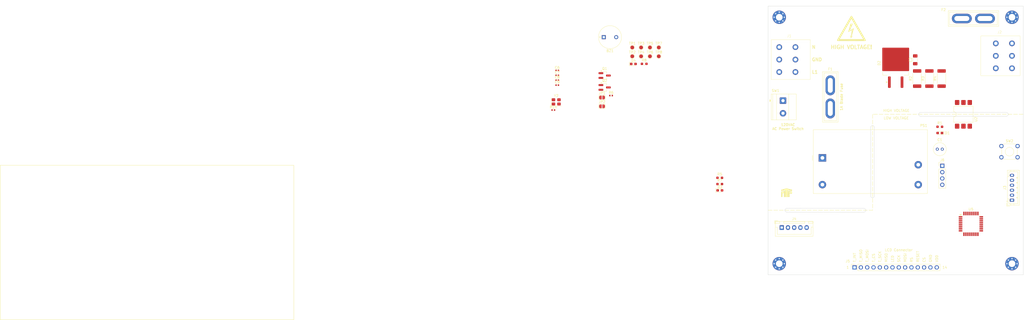
<source format=kicad_pcb>
(kicad_pcb (version 20241229) (generator "pcbnew") (generator_version "9.0")
  (title_block (title "${DOC_TYPE} Document") (date "2024-04-13") (rev "1.1") (company "${COMPANY}"))
  (layers (0 "F.Cu" signal "L1 (Sig, PWR)") (4 "In1.Cu" signal "L2 (GND)") (6 "In2.Cu" signal "L3 (Sig, PWR)") (8 "In3.Cu" signal "L4 (Sig, PWR)") (10 "In4.Cu" signal "L5 (GND)") (2 "B.Cu" signal "L6 (Sig, PWR)") (13 "F.Paste" user) (15 "B.Paste" user) (5 "F.SilkS" user "F.Silkscreen") (7 "B.SilkS" user "B.Silkscreen") (1 "F.Mask" user) (3 "B.Mask" user) (25 "Edge.Cuts" user))
  (property "BOARD_NAME" "Main Board")
  (property "COMPANY" "MTP Engineering LLC")
  (property "DESIGNER" "Michael Pate")
  (property "DOC_TYPE" "Fabrication")
  (property "PROJECT_NAME" "Reflow Oven Controller")
  (property "RELEASE_DATE" "08/2025")
  (property "REVIEWER" "Michael Pate")
  (property "REVISION" "1.0")
  (property "VARIANT" "DRAFT")
  (net 0 "")
  (net 1 "VDD")
  (net 2 "GND")
  (net 3 "LN")
  (net 4 "/Project Architecture/Heater Control/L1_F2_RC")
  (net 5 "/Project Architecture/AC-DC Power Supply/D1_K")
  (net 6 "/Project Architecture/Heater Control/L1_F2")
  (net 7 "/Project Architecture/Heater Control/LN_OPTO")
  (net 8 "D_Heater")
  (net 9 "/Project Architecture/Heater Control/D3_K")
  (net 10 "L1")
  (net 11 "/Project Architecture/AC-DC Power Supply/L1_F1")
  (net 12 "/Project Architecture/Heater Control/L1_HEATER")
  (net 13 "GNDPWR")
  (net 14 "/Project Architecture/AC-DC Power Supply/L1_F1_SW")
  (net 15 "/Project Architecture/Heater Control/L1_F2_OPTO")
  (net 16 "/Project Architecture/Heater Control/D_R5_OPTO")
  (net 19 "/Project Architecture/Microcontroller/XTAL_1")
  (net 20 "/Project Architecture/Microcontroller/XTAL_2")
  (net 21 "ICSP_SCK")
  (net 22 "ICSP_MOSI")
  (net 23 "ICSP_MISO")
  (net 24 "ICSP_RST")
  (net 25 "D_TC_Select")
  (net 27 "D_Buzzer")
  (net 28 "/Project Architecture/Microcontroller/DB_A3")
  (net 30 "/Project Architecture/Microcontroller/DB_6")
  (net 31 "/Project Architecture/Microcontroller/DB_7")
  (net 32 "/Project Architecture/Microcontroller/DB_A4")
  (net 33 "/Project Architecture/Microcontroller/DB_8")
  (net 34 "/Project Architecture/Microcontroller/DB_AVR_TX")
  (net 35 "D_Touch_IRQ")
  (net 36 "D_Touch_Select")
  (net 37 "D_TFT_Select")
  (net 38 "/Project Architecture/Microcontroller/DB_A5")
  (net 39 "D_TFT_Reset")
  (net 40 "D_TFT_Register")
  (net 42 "D_TFT_Backlight")
  (net 44 "/Project Architecture/Microcontroller/DB_AVR_RX")
  (net 46 "/Project Architecture/Interface/VSS_BUZZ")
  (net 47 "/Project Architecture/Interface/VDD_BUZZ")
  (net 48 "/Project Architecture/Microcontroller/D4_K")
  (net 49 "/Project Architecture/Interface/VDD_BL")
  (net 50 "/Project Architecture/Interface/VDD_BL_FET")
  (net 51 "/Project Architecture/Interface/VDD_BL_SUP")
  (footprint "Capacitor_SMD:C_0402_1005Metric" (layer "F.Cu") (at 43.81 50.77)
    (property "Reference" "C9" (at 0 -1.16 0) (layer "F.SilkS"))
    (property "Value" "22p")
    (pad "1" smd roundrect (at -0.48 0) (size 0.56 0.62) (layers "F.Cu" "F.Mask" "F.Paste") (net 2 "GND"))
    (pad "2" smd roundrect (at 0.48 0) (size 0.56 0.62) (layers "F.Cu" "F.Mask" "F.Paste") (net 20 "/Project Architecture/Microcontroller/XTAL_2"))
  )
  (footprint "Capacitor_THT:C_Radial_D5.0mm_H5.0mm_P2.00mm" (layer "F.Cu") (at 196.5 76.5)
    (property "Reference" "C1" (at 1 -3.75 0) (layer "F.SilkS"))
    (property "Value" "100uF")
    (pad "1" thru_hole circle (at 0 0) (size 1.2 1.2) (drill 0.6) (layers "*.Cu" "*.Mask") (net 1 "VDD"))
    (pad "2" thru_hole circle (at 2 0) (size 1.2 1.2) (drill 0.6) (layers "*.Cu" "*.Mask") (net 2 "GND"))
  )
  (footprint "Buzzer_Beeper:MagneticBuzzer_PUI_AT-0927-TT-6-R" (layer "F.Cu") (at 63 31.5)
    (property "Reference" "BZ1" (at 2 5.5 0) (layer "F.SilkS"))
    (property "Value" "CMI-0955-05TH")
    (fp_text user "+" (at -2 -0.1 0) (layer "F.SilkS"))
    (pad "1" thru_hole rect (at -0.5 0) (size 1.6 1.6) (drill 0.9) (layers "*.Cu" "*.Mask") (net 47 "/Project Architecture/Interface/VDD_BUZZ"))
    (pad "2" thru_hole circle (at 4.5 0) (size 1.6 1.6) (drill 0.9) (layers "*.Cu" "*.Mask") (net 46 "/Project Architecture/Interface/VSS_BUZZ"))
  )
  (footprint "TestPoint:TestPoint_Pad_D1.5mm" (layer "F.Cu") (at 77.5 39.19)
    (property "Reference" "TP4" (at 0 -1.648 0) (layer "F.SilkS"))
    (property "Value" "TestPoint")
    (pad "1" smd circle (at 0 0) (size 1.5 1.5) (layers "F.Cu" "F.Mask") (net 38 "/Project Architecture/Microcontroller/DB_A5"))
  )
  (footprint "Crystal:Crystal_SMD_3225-4Pin_3.2x2.5mm" (layer "F.Cu") (at 43.4 57.5)
    (property "Reference" "Y2" (at 0 -2.45 0) (layer "F.SilkS"))
    (property "Value" "16MHz")
    (pad "1" smd roundrect (at -1.1 0.85) (size 1.4 1.2) (layers "F.Cu" "F.Mask" "F.Paste") (roundrect_rratio 0.208333) (net 20 "/Project Architecture/Microcontroller/XTAL_2"))
    (pad "2" smd roundrect (at 1.1 0.85) (size 1.4 1.2) (layers "F.Cu" "F.Mask" "F.Paste") (roundrect_rratio 0.208333) (net 19 "/Project Architecture/Microcontroller/XTAL_1"))
    (pad "3" smd roundrect (at 1.1 -0.85) (size 1.4 1.2) (layers "F.Cu" "F.Mask" "F.Paste") (roundrect_rratio 0.208333))
    (pad "4" smd roundrect (at -1.1 -0.85) (size 1.4 1.2) (layers "F.Cu" "F.Mask" "F.Paste") (roundrect_rratio 0.208333))
  )
  (footprint "Resistor_SMD:R_0603_1608Metric_Pad0.98x0.95mm_HandSolder" (layer "F.Cu") (at 109.0875 88)
    (property "Reference" "R5" (at 0 -1.43 0) (layer "F.SilkS"))
    (property "Value" "330")
    (pad "1" smd roundrect (at -0.9125 0) (size 0.975 0.95) (layers "F.Cu" "F.Mask" "F.Paste") (net 8 "D_Heater"))
    (pad "2" smd roundrect (at 0.9125 0) (size 0.975 0.95) (layers "F.Cu" "F.Mask" "F.Paste") (net 16 "/Project Architecture/Heater Control/D_R5_OPTO"))
  )
  (footprint "Resistor_SMD:R_2512_6332Metric_Pad1.40x3.35mm_HandSolder" (layer "F.Cu") (at 193.315 48.125 90)
    (property "Reference" "R3" (at 0 -2.63 90) (layer "F.SilkS"))
    (property "Value" "330")
    (pad "1" smd roundrect (at -3.05 0 90) (size 1.4 3.35) (layers "F.Cu" "F.Mask" "F.Paste") (roundrect_rratio 0.178571) (net 3 "LN"))
    (pad "2" smd roundrect (at 3.05 0 90) (size 1.4 3.35) (layers "F.Cu" "F.Mask" "F.Paste") (roundrect_rratio 0.178571) (net 7 "/Project Architecture/Heater Control/LN_OPTO"))
  )
  (footprint "MountingHole:MountingHole_2.7mm_M2.5_Pad_Via" (layer "F.Cu") (at 133 23.5 -90)
    (property "Reference" "H3" (hide yes))
    (property "Value" "MountingHole_Pad")
    (pad "1" thru_hole circle (at -2.025 0 270) (size 0.8 0.8) (drill 0.5) (layers "*.Cu" "*.Mask") (net 13 "GNDPWR"))
    (pad "1" thru_hole circle (at -1.431891 -1.431891 270) (size 0.8 0.8) (drill 0.5) (layers "*.Cu" "*.Mask") (net 13 "GNDPWR"))
    (pad "1" thru_hole circle (at -1.431891 1.431891 270) (size 0.8 0.8) (drill 0.5) (layers "*.Cu" "*.Mask") (net 13 "GNDPWR"))
    (pad "1" thru_hole circle (at 0 -2.025 270) (size 0.8 0.8) (drill 0.5) (layers "*.Cu" "*.Mask") (net 13 "GNDPWR"))
    (pad "1" thru_hole circle (at 0 0 270) (size 5.4 5.4) (drill 2.7) (layers "*.Cu" "*.Mask") (net 13 "GNDPWR"))
    (pad "1" thru_hole circle (at 0 2.025 270) (size 0.8 0.8) (drill 0.5) (layers "*.Cu" "*.Mask") (net 13 "GNDPWR"))
    (pad "1" thru_hole circle (at 1.431891 -1.431891 270) (size 0.8 0.8) (drill 0.5) (layers "*.Cu" "*.Mask") (net 13 "GNDPWR"))
    (pad "1" thru_hole circle (at 1.431891 1.431891 270) (size 0.8 0.8) (drill 0.5) (layers "*.Cu" "*.Mask") (net 13 "GNDPWR"))
    (pad "1" thru_hole circle (at 2.025 0 270) (size 0.8 0.8) (drill 0.5) (layers "*.Cu" "*.Mask") (net 13 "GNDPWR"))
  )
  (footprint "TestPoint:TestPoint_Pad_D1.5mm" (layer "F.Cu") (at 84.6 39.19)
    (property "Reference" "TP8" (at 0 -1.648 0) (layer "F.SilkS"))
    (property "Value" "TestPoint")
    (pad "1" smd circle (at 0 0) (size 1.5 1.5) (layers "F.Cu" "F.Mask") (net 31 "/Project Architecture/Microcontroller/DB_7"))
  )
  (footprint "Capacitor_SMD:C_0402_1005Metric" (layer "F.Cu") (at 43.81 48.8)
    (property "Reference" "C8" (at 0 -1.16 0) (layer "F.SilkS"))
    (property "Value" "22p")
    (pad "1" smd roundrect (at -0.48 0) (size 0.56 0.62) (layers "F.Cu" "F.Mask" "F.Paste") (net 2 "GND"))
    (pad "2" smd roundrect (at 0.48 0) (size 0.56 0.62) (layers "F.Cu" "F.Mask" "F.Paste") (net 19 "/Project Architecture/Microcontroller/XTAL_1"))
  )
  (footprint "Button_Switch_THT:SW_TH_Tactile_Omron_B3F-102x" (layer "F.Cu") (at 222.25 75.25)
    (property "Reference" "SW2" (at 3.25 -2.05 0) (layer "F.SilkS"))
    (property "Value" "SW_Push")
    (pad "1" thru_hole circle (at 0 0) (size 1.7 1.7) (drill 1) (layers "*.Cu" "*.Mask") (net 2 "GND"))
    (pad "1" thru_hole circle (at 6.5 0) (size 1.7 1.7) (drill 1) (layers "*.Cu" "*.Mask") (net 2 "GND"))
    (pad "2" thru_hole circle (at 0 4.5) (size 1.7 1.7) (drill 1) (layers "*.Cu" "*.Mask") (net 24 "ICSP_RST"))
    (pad "2" thru_hole circle (at 6.5 4.5) (size 1.7 1.7) (drill 1) (layers "*.Cu" "*.Mask") (net 24 "ICSP_RST"))
  )
  (footprint "Package_DIP:SMDIP-6_W9.53mm" (layer "F.Cu") (at 207 62.5 90)
    (property "Reference" "U2" (at -2 5 90) (layer "F.SilkS"))
    (property "Value" "MOC3083S-TA1")
    (pad "1" smd roundrect (at -4.765 -2.54 90) (size 2 1.78) (layers "F.Cu" "F.Mask" "F.Paste") (roundrect_rratio 0.140449) (net 16 "/Project Architecture/Heater Control/D_R5_OPTO"))
    (pad "2" smd roundrect (at -4.765 0 90) (size 2 1.78) (layers "F.Cu" "F.Mask" "F.Paste") (roundrect_rratio 0.140449) (net 2 "GND"))
    (pad "3" smd roundrect (at -4.765 2.54 90) (size 2 1.78) (layers "F.Cu" "F.Mask" "F.Paste") (roundrect_rratio 0.140449))
    (pad "4" smd roundrect (at 4.765 2.54 90) (size 2 1.78) (layers "F.Cu" "F.Mask" "F.Paste") (roundrect_rratio 0.140449) (net 7 "/Project Architecture/Heater Control/LN_OPTO"))
    (pad "5" smd roundrect (at 4.765 0 90) (size 2 1.78) (layers "F.Cu" "F.Mask" "F.Paste") (roundrect_rratio 0.140449))
    (pad "6" smd roundrect (at 4.765 -2.54 90) (size 2 1.78) (layers "F.Cu" "F.Mask" "F.Paste") (roundrect_rratio 0.140449) (net 15 "/Project Architecture/Heater Control/L1_F2_OPTO"))
  )
  (footprint "Watermarks:MTP Logo 5mm Low Detail" (layer "F.Cu") (at 136 94.5)
    (property "Reference" "REF**" (hide yes))
    (property "Value" "MTP Logo 5mm Low Detail" (hide yes))
  )
  (footprint "Package_TO_SOT_SMD:SOT-23_Handsoldering" (layer "F.Cu") (at 62.85 51.69)
    (property "Reference" "Q2" (at 0 -2.75 0) (layer "F.SilkS"))
    (property "Value" "BSS127 H6327")
    (pad "1" smd roundrect (at -1.5 -0.95) (size 1.9 0.8) (layers "F.Cu" "F.Mask" "F.Paste") (net 46 "/Project Architecture/Interface/VSS_BUZZ"))
    (pad "2" smd roundrect (at -1.5 0.95) (size 1.9 0.8) (layers "F.Cu" "F.Mask" "F.Paste") (net 27 "D_Buzzer"))
    (pad "3" smd roundrect (at 1.5 0) (size 1.9 0.8) (layers "F.Cu" "F.Mask" "F.Paste") (net 2 "GND"))
  )
  (footprint "Connector_JST:JST_PH_B6B-PH-K_1x06_P2.00mm_Vertical" (layer "F.Cu") (at 226.5 97 90)
    (property "Reference" "J3" (at 5 -2.9 90) (layer "F.SilkS"))
    (property "Value" "ISP")
    (pad "1" thru_hole roundrect (at 0 0 90) (size 1.2 1.75) (drill 0.75) (layers "*.Cu" "*.Mask") (roundrect_rratio 0.208333) (net 1 "VDD"))
    (pad "2" thru_hole oval (at 2 0 90) (size 1.2 1.75) (drill 0.75) (layers "*.Cu" "*.Mask") (net 24 "ICSP_RST"))
    (pad "3" thru_hole oval (at 4 0 90) (size 1.2 1.75) (drill 0.75) (layers "*.Cu" "*.Mask") (net 22 "ICSP_MOSI"))
    (pad "4" thru_hole oval (at 6 0 90) (size 1.2 1.75) (drill 0.75) (layers "*.Cu" "*.Mask") (net 23 "ICSP_MISO"))
    (pad "5" thru_hole oval (at 8 0 90) (size 1.2 1.75) (drill 0.75) (layers "*.Cu" "*.Mask") (net 21 "ICSP_SCK"))
    (pad "6" thru_hole oval (at 10 0 90) (size 1.2 1.75) (drill 0.75) (layers "*.Cu" "*.Mask") (net 2 "GND"))
  )
  (footprint "LED_SMD:LED_0603_1608Metric_Pad1.05x0.95mm_HandSolder" (layer "F.Cu") (at 74.395 42.26)
    (property "Reference" "D4" (at 0 -1.43 0) (layer "F.SilkS"))
    (property "Value" "RED")
    (pad "1" smd roundrect (at -0.875 0) (size 1.05 0.95) (layers "F.Cu" "F.Mask" "F.Paste") (net 48 "/Project Architecture/Microcontroller/D4_K"))
    (pad "2" smd roundrect (at 0.875 0) (size 1.05 0.95) (layers "F.Cu" "F.Mask" "F.Paste") (net 31 "/Project Architecture/Microcontroller/DB_7"))
  )
  (footprint "Capacitor_SMD:C_1206_3216Metric_Pad1.33x1.80mm_HandSolder" (layer "F.Cu") (at 187.625 40.595 90)
    (property "Reference" "C2" (at 0 -1.85 90) (layer "F.SilkS"))
    (property "Value" "10nF 250V")
    (pad "1" smd roundrect (at -1.5625 0 90) (size 1.325 1.8) (layers "F.Cu" "F.Mask" "F.Paste") (roundrect_rratio 0.188679) (net 4 "/Project Architecture/Heater Control/L1_F2_RC"))
    (pad "2" smd roundrect (at 1.5625 0 90) (size 1.325 1.8) (layers "F.Cu" "F.Mask" "F.Paste") (roundrect_rratio 0.188679) (net 3 "LN"))
  )
  (footprint "Package_TO_SOT_SMD:TO-263-2" (layer "F.Cu") (at 179.775 41.925 90)
    (property "Reference" "D2" (at 0 -6.65 90) (layer "F.SilkS"))
    (property "Value" "T2035T-8G-RT")
    (pad "1" smd roundrect (at -7.65 -2.54 90) (size 4.6 1.1) (layers "F.Cu" "F.Mask" "F.Paste") (roundrect_rratio 0.227273) (net 3 "LN"))
    (pad "2" smd roundrect (at 1.5 0 90) (size 9.4 10.8) (layers "F.Cu" "F.Mask") (roundrect_rratio 0.026596) (net 6 "/Project Architecture/Heater Control/L1_F2"))
    (pad "3" smd roundrect (at -7.65 2.54 90) (size 4.6 1.1) (layers "F.Cu" "F.Mask" "F.Paste") (roundrect_rratio 0.227273) (net 7 "/Project Architecture/Heater Control/LN_OPTO"))
  )
  (footprint "TestPoint:TestPoint_Pad_D1.5mm" (layer "F.Cu") (at 73.95 39.19)
    (property "Reference" "TP2" (at 0 -1.648 0) (layer "F.SilkS"))
    (property "Value" "TestPoint")
    (pad "1" smd circle (at 0 0) (size 1.5 1.5) (layers "F.Cu" "F.Mask") (net 28 "/Project Architecture/Microcontroller/DB_A3"))
  )
  (footprint "Fuse:Fuse_Blade_ATO_directSolder" (layer "F.Cu") (at 206.35 24)
    (property "Reference" "F2" (at -7.35 -3.5 180) (layer "F.SilkS"))
    (property "Value" "20A")
    (pad "1" thru_hole oval (at 0 0) (size 8 3.8) (drill oval 6 2) (layers "*.Cu" "*.Mask") (net 6 "/Project Architecture/Heater Control/L1_F2"))
    (pad "2" thru_hole oval (at 9.3 0) (size 8 3.8) (drill oval 6 2) (layers "*.Cu" "*.Mask") (net 12 "/Project Architecture/Heater Control/L1_HEATER"))
  )
  (footprint "Capacitor_SMD:C_0402_1005Metric" (layer "F.Cu") (at 43.81 44.86)
    (property "Reference" "C6" (at 0 -1.16 0) (layer "F.SilkS"))
    (property "Value" "100n")
    (pad "1" smd roundrect (at -0.48 0) (size 0.56 0.62) (layers "F.Cu" "F.Mask" "F.Paste") (net 2 "GND"))
    (pad "2" smd roundrect (at 0.48 0) (size 0.56 0.62) (layers "F.Cu" "F.Mask" "F.Paste") (net 1 "VDD"))
  )
  (footprint "Resistor_SMD:R_2512_6332Metric_Pad1.40x3.35mm_HandSolder" (layer "F.Cu") (at 198.225 48.125 90)
    (property "Reference" "R4" (at 0 -2.63 90) (layer "F.SilkS"))
    (property "Value" "39")
    (pad "1" smd roundrect (at -3.05 0 90) (size 1.4 3.35) (layers "F.Cu" "F.Mask" "F.Paste") (roundrect_rratio 0.178571) (net 4 "/Project Architecture/Heater Control/L1_F2_RC"))
    (pad "2" smd roundrect (at 3.05 0 90) (size 1.4 3.35) (layers "F.Cu" "F.Mask" "F.Paste") (roundrect_rratio 0.178571) (net 6 "/Project Architecture/Heater Control/L1_F2"))
  )
  (footprint "Package_TO_SOT_SMD:SOT-23_Handsoldering" (layer "F.Cu") (at 62.85 46.915)
    (property "Reference" "Q1" (at 0 -2.75 0) (layer "F.SilkS"))
    (property "Value" "SQ2315CES-T1_GE3")
    (pad "1" smd roundrect (at -1.5 -0.95) (size 1.9 0.8) (layers "F.Cu" "F.Mask" "F.Paste") (net 51 "/Project Architecture/Interface/VDD_BL_SUP"))
    (pad "2" smd roundrect (at -1.5 0.95) (size 1.9 0.8) (layers "F.Cu" "F.Mask" "F.Paste") (net 42 "D_TFT_Backlight"))
    (pad "3" smd roundrect (at 1.5 0) (size 1.9 0.8) (layers "F.Cu" "F.Mask" "F.Paste") (net 50 "/Project Architecture/Interface/VDD_BL_FET"))
  )
  (footprint "PhoenixContact_SPTA:SPTA-THR 2.53-5.0 P26" (layer "F.Cu") (at 213.25 39 90)
    (property "Reference" "J2" (at 9.5 8.25 0) (layer "F.SilkS") (effects (font (thickness 0.1))))
    (property "Value" "1366005")
    (pad "1" thru_hole circle (at -5 6.75 90) (size 2.3 2.3) (drill 1.3) (layers "*.Cu" "*.Mask") (net 10 "L1"))
    (pad "1" thru_hole circle (at -5 13.25 90) (size 2.3 2.3) (drill 1.3) (layers "*.Cu" "*.Mask") (net 10 "L1"))
    (pad "2" thru_hole circle (at 0 6.75 90) (size 2.3 2.3) (drill 1.3) (layers "*.Cu" "*.Mask") (net 13 "GNDPWR"))
    (pad "2" thru_hole circle (at 0 13.25 90) (size 2.3 2.3) (drill 1.3) (layers "*.Cu" "*.Mask") (net 13 "GNDPWR"))
    (pad "3" thru_hole circle (at 5 6.75 90) (size 2.3 2.3) (drill 1.3) (layers "*.Cu" "*.Mask") (net 12 "/Project Architecture/Heater Control/L1_HEATER"))
    (pad "3" thru_hole circle (at 5 13.25 90) (size 2.3 2.3) (drill 1.3) (layers "*.Cu" "*.Mask") (net 12 "/Project Architecture/Heater Control/L1_HEATER"))
  )
  (footprint "LED_SMD:LED_0603_1608Metric_Pad1.05x0.95mm_HandSolder" (layer "F.Cu") (at 109.1325 93.06)
    (property "Reference" "D3" (at 0 -1.43 0) (layer "F.SilkS"))
    (property "Value" "RED")
    (pad "1" smd roundrect (at -0.875 0) (size 1.05 0.95) (layers "F.Cu" "F.Mask" "F.Paste") (net 9 "/Project Architecture/Heater Control/D3_K"))
    (pad "2" smd roundrect (at 0.875 0) (size 1.05 0.95) (layers "F.Cu" "F.Mask" "F.Paste") (net 8 "D_Heater"))
  )
  (footprint "TestPoint:TestPoint_Pad_D1.5mm" (layer "F.Cu") (at 81.05 35.64)
    (property "Reference" "TP5" (at 0 -1.648 0) (layer "F.SilkS"))
    (property "Value" "TestPoint")
    (pad "1" smd circle (at 0 0) (size 1.5 1.5) (layers "F.Cu" "F.Mask") (net 44 "/Project Architecture/Microcontroller/DB_AVR_RX"))
  )
  (footprint "Connector_PinSocket_2.54mm:PinSocket_1x14_P2.54mm_Vertical" (layer "F.Cu") (at 163.25 124 90)
    (property "Reference" "J5" (at 2.5 -2.75 180) (layer "F.SilkS"))
    (property "Value" "Conn_01x14")
    (pad "1" thru_hole rect (at 0 0 90) (size 1.7 1.7) (drill 1) (layers "*.Cu" "*.Mask") (net 35 "D_Touch_IRQ"))
    (pad "2" thru_hole circle (at 0 2.54 90) (size 1.7 1.7) (drill 1) (layers "*.Cu" "*.Mask") (net 23 "ICSP_MISO"))
    (pad "3" thru_hole circle (at 0 5.08 90) (size 1.7 1.7) (drill 1) (layers "*.Cu" "*.Mask") (net 22 "ICSP_MOSI"))
    (pad "4" thru_hole circle (at 0 7.62 90) (size 1.7 1.7) (drill 1) (layers "*.Cu" "*.Mask") (net 36 "D_Touch_Select"))
    (pad "5" thru_hole circle (at 0 10.16 90) (size 1.7 1.7) (drill 1) (layers "*.Cu" "*.Mask") (net 21 "ICSP_SCK"))
    (pad "6" thru_hole circle (at 0 12.7 90) (size 1.7 1.7) (drill 1) (layers "*.Cu" "*.Mask") (net 23 "ICSP_MISO"))
    (pad "7" thru_hole circle (at 0 15.24 90) (size 1.7 1.7) (drill 1) (layers "*.Cu" "*.Mask") (net 49 "/Project Architecture/Interface/VDD_BL"))
    (pad "8" thru_hole circle (at 0 17.78 90) (size 1.7 1.7) (drill 1) (layers "*.Cu" "*.Mask") (net 21 "ICSP_SCK"))
    (pad "9" thru_hole circle (at 0 20.32 90) (size 1.7 1.7) (drill 1) (layers "*.Cu" "*.Mask") (net 22 "ICSP_MOSI"))
    (pad "10" thru_hole circle (at 0 22.86 90) (size 1.7 1.7) (drill 1) (layers "*.Cu" "*.Mask") (net 40 "D_TFT_Register"))
    (pad "11" thru_hole circle (at 0 25.4 90) (size 1.7 1.7) (drill 1) (layers "*.Cu" "*.Mask") (net 39 "D_TFT_Reset"))
    (pad "12" thru_hole circle (at 0 27.94 90) (size 1.7 1.7) (drill 1) (layers "*.Cu" "*.Mask") (net 37 "D_TFT_Select"))
    (pad "13" thru_hole circle (at 0 30.48 90) (size 1.7 1.7) (drill 1) (layers "*.Cu" "*.Mask") (net 2 "GND"))
    (pad "14" thru_hole circle (at 0 33.02 90) (size 1.7 1.7) (drill 1) (layers "*.Cu" "*.Mask") (net 1 "VDD"))
  )
  (footprint "Package_QFP:TQFP-32_7x7mm_P0.8mm" (layer "F.Cu") (at 210 106.5)
    (property "Reference" "U5" (at 0 -5.85 0) (layer "F.SilkS"))
    (property "Value" "ATmega328PB-A")
    (pad "1" smd roundrect (at -4.1625 -2.8) (size 1.475 0.55) (layers "F.Cu" "F.Mask" "F.Paste") (net 42 "D_TFT_Backlight"))
    (pad "2" smd roundrect (at -4.1625 -2) (size 1.475 0.55) (layers "F.Cu" "F.Mask" "F.Paste") (net 39 "D_TFT_Reset"))
    (pad "3" smd roundrect (at -4.1625 -1.2) (size 1.475 0.55) (layers "F.Cu" "F.Mask" "F.Paste"))
    (pad "4" smd roundrect (at -4.1625 -0.4) (size 1.475 0.55) (layers "F.Cu" "F.Mask" "F.Paste") (net 1 "VDD"))
    (pad "5" smd roundrect (at -4.1625 0.4) (size 1.475 0.55) (layers "F.Cu" "F.Mask" "F.Paste") (net 2 "GND"))
    (pad "6" smd roundrect (at -4.1625 1.2) (size 1.475 0.55) (layers "F.Cu" "F.Mask" "F.Paste"))
    (pad "7" smd roundrect (at -4.1625 2) (size 1.475 0.55) (layers "F.Cu" "F.Mask" "F.Paste") (net 19 "/Project Architecture/Microcontroller/XTAL_1"))
    (pad "8" smd roundrect (at -4.1625 2.8) (size 1.475 0.55) (layers "F.Cu" "F.Mask" "F.Paste") (net 20 "/Project Architecture/Microcontroller/XTAL_2"))
    (pad "9" smd roundrect (at -2.8 4.1625) (size 0.55 1.475) (layers "F.Cu" "F.Mask" "F.Paste") (net 40 "D_TFT_Register"))
    (pad "10" smd roundrect (at -2 4.1625) (size 0.55 1.475) (layers "F.Cu" "F.Mask" "F.Paste") (net 30 "/Project Architecture/Microcontroller/DB_6"))
    (pad "11" smd roundrect (at -1.2 4.1625) (size 0.55 1.475) (layers "F.Cu" "F.Mask" "F.Paste") (net 31 "/Project Architecture/Microcontroller/DB_7"))
    (pad "12" smd roundrect (at -0.4 4.1625) (size 0.55 1.475) (layers "F.Cu" "F.Mask" "F.Paste") (net 33 "/Project Architecture/Microcontroller/DB_8"))
    (pad "13" smd roundrect (at 0.4 4.1625) (size 0.55 1.475) (layers "F.Cu" "F.Mask" "F.Paste") (net 8 "D_Heater"))
    (pad "14" smd roundrect (at 1.2 4.1625) (size 0.55 1.475) (layers "F.Cu" "F.Mask" "F.Paste") (net 27 "D_Buzzer"))
    (pad "15" smd roundrect (at 2 4.1625) (size 0.55 1.475) (layers "F.Cu" "F.Mask" "F.Paste") (net 22 "ICSP_MOSI"))
    (pad "16" smd roundrect (at 2.8 4.1625) (size 0.55 1.475) (layers "F.Cu" "F.Mask" "F.Paste") (net 23 "ICSP_MISO"))
    (pad "17" smd roundrect (at 4.1625 2.8) (size 1.475 0.55) (layers "F.Cu" "F.Mask" "F.Paste") (net 21 "ICSP_SCK"))
    (pad "18" smd roundrect (at 4.1625 2) (size 1.475 0.55) (layers "F.Cu" "F.Mask" "F.Paste") (net 1 "VDD"))
    (pad "19" smd roundrect (at 4.1625 1.2) (size 1.475 0.55) (layers "F.Cu" "F.Mask" "F.Paste"))
    (pad "20" smd roundrect (at 4.1625 0.4) (size 1.475 0.55) (layers "F.Cu" "F.Mask" "F.Paste"))
    (pad "21" smd roundrect (at 4.1625 -0.4) (size 1.475 0.55) (layers "F.Cu" "F.Mask" "F.Paste") (net 2 "GND"))
    (pad "22" smd roundrect (at 4.1625 -1.2) (size 1.475 0.55) (layers "F.Cu" "F.Mask" "F.Paste"))
    (pad "23" smd roundrect (at 4.1625 -2) (size 1.475 0.55) (layers "F.Cu" "F.Mask" "F.Paste") (net 25 "D_TC_Select"))
    (pad "24" smd roundrect (at 4.1625 -2.8) (size 1.475 0.55) (layers "F.Cu" "F.Mask" "F.Paste") (net 36 "D_Touch_Select"))
    (pad "25" smd roundrect (at 2.8 -4.1625) (size 0.55 1.475) (layers "F.Cu" "F.Mask" "F.Paste") (net 37 "D_TFT_Select"))
    (pad "26" smd roundrect (at 2 -4.1625) (size 0.55 1.475) (layers "F.Cu" "F.Mask" "F.Paste") (net 28 "/Project Architecture/Microcontroller/DB_A3"))
    (pad "27" smd roundrect (at 1.2 -4.1625) (size 0.55 1.475) (layers "F.Cu" "F.Mask" "F.Paste") (net 32 "/Project Architecture/Microcontroller/DB_A4"))
    (pad "28" smd roundrect (at 0.4 -4.1625) (size 0.55 1.475) (layers "F.Cu" "F.Mask" "F.Paste") (net 38 "/Project Architecture/Microcontroller/DB_A5"))
    (pad "29" smd roundrect (at -0.4 -4.1625) (size 0.55 1.475) (layers "F.Cu" "F.Mask" "F.Paste") (net 24 "ICSP_RST"))
    (pad "30" smd roundrect (at -1.2 -4.1625) (size 0.55 1.475) (layers "F.Cu" "F.Mask" "F.Paste") (net 44 "/Project Architecture/Microcontroller/DB_AVR_RX"))
    (pad "31" smd roundrect (at -2 -4.1625) (size 0.55 1.475) (layers "F.Cu" "F.Mask" "F.Paste") (net 34 "/Project Architecture/Microcontroller/DB_AVR_TX"))
    (pad "32" smd roundrect (at -2.8 -4.1625) (size 0.55 1.475) (layers "F.Cu" "F.Mask" "F.Paste") (net 35 "D_Touch_IRQ"))
  )
  (footprint "Connector_PinHeader_2.54mm:PinHeader_1x04_P2.54mm_Vertical" (layer "F.Cu") (at 198.5 83.19)
    (property "Reference" "J6" (at 0 -2.38 0) (layer "F.SilkS"))
    (property "Value" "Conn_01x04")
    (pad "1" thru_hole rect (at 0 0) (size 1.7 1.7) (drill 1) (layers "*.Cu" "*.Mask") (net 1 "VDD"))
    (pad "2" thru_hole circle (at 0 2.54) (size 1.7 1.7) (drill 1) (layers "*.Cu" "*.Mask") (net 1 "VDD"))
    (pad "3" thru_hole circle (at 0 5.08) (size 1.7 1.7) (drill 1) (layers "*.Cu" "*.Mask") (net 2 "GND"))
    (pad "4" thru_hole circle (at 0 7.62) (size 1.7 1.7) (drill 1) (layers "*.Cu" "*.Mask") (net 2 "GND"))
  )
  (footprint "Jumper:SolderJumper-2_P1.3mm_Open_RoundedPad1.0x1.5mm" (layer "F.Cu") (at 61.8 59.29)
    (property "Reference" "JP2" (at 0 -1.8 0) (layer "F.SilkS"))
    (property "Value" "Jumper_2_Open")
    (pad "1" smd custom (at -0.65 0) (size 1 0.5) (layers "F.Cu" "F.Mask") (net 51 "/Project Architecture/Interface/VDD_BL_SUP") (options (clearance outline) (anchor rect)) (primitives (gr_circle (center 0 0.25) (end 0.5 0.25) (width 0) (fill yes)) (gr_circle (center 0 -0.25) (end 0.5 -0.25) (width 0) (fill yes)) (gr_poly (pts (xy 0.5 0.75) (xy 0 0.75) (xy 0 -0.75) (xy 0.5 -0.75)) (width 0) (fill yes))))
    (pad "2" smd custom (at 0.65 0) (size 1 0.5) (layers "F.Cu" "F.Mask") (net 1 "VDD") (options (clearance outline) (anchor rect)) (primitives (gr_circle (center 0 0.25) (end 0.5 0.25) (width 0) (fill yes)) (gr_circle (center 0 -0.25) (end 0.5 -0.25) (width 0) (fill yes)) (gr_poly (pts (xy 0 0.75) (xy -0.5 0.75) (xy -0.5 -0.75) (xy 0 -0.75)) (width 0) (fill yes))))
  )
  (footprint "Resistor_SMD:R_0603_1608Metric_Pad0.98x0.95mm_HandSolder" (layer "F.Cu") (at 78.74 42.22)
    (property "Reference" "R8" (at 0 -1.43 0) (layer "F.SilkS"))
    (property "Value" "330")
    (pad "1" smd roundrect (at -0.9125 0) (size 0.975 0.95) (layers "F.Cu" "F.Mask" "F.Paste") (net 48 "/Project Architecture/Microcontroller/D4_K"))
    (pad "2" smd roundrect (at 0.9125 0) (size 0.975 0.95) (layers "F.Cu" "F.Mask" "F.Paste") (net 2 "GND"))
  )
  (footprint "MountingHole:MountingHole_2.7mm_M2.5_Pad_Via" (layer "F.Cu") (at 226.5 122.5 -90)
    (property "Reference" "H2" (hide yes))
    (property "Value" "MountingHole_Pad")
    (pad "1" thru_hole circle (at -2.025 0 270) (size 0.8 0.8) (drill 0.5) (layers "*.Cu" "*.Mask") (net 13 "GNDPWR"))
    (pad "1" thru_hole circle (at -1.431891 -1.431891 270) (size 0.8 0.8) (drill 0.5) (layers "*.Cu" "*.Mask") (net 13 "GNDPWR"))
    (pad "1" thru_hole circle (at -1.431891 1.431891 270) (size 0.8 0.8) (drill 0.5) (layers "*.Cu" "*.Mask") (net 13 "GNDPWR"))
    (pad "1" thru_hole circle (at 0 -2.025 270) (size 0.8 0.8) (drill 0.5) (layers "*.Cu" "*.Mask") (net 13 "GNDPWR"))
    (pad "1" thru_hole circle (at 0 0 270) (size 5.4 5.4) (drill 2.7) (layers "*.Cu" "*.Mask") (net 13 "GNDPWR"))
    (pad "1" thru_hole circle (at 0 2.025 270) (size 0.8 0.8) (drill 0.5) (layers "*.Cu" "*.Mask") (net 13 "GNDPWR"))
    (pad "1" thru_hole circle (at 1.431891 -1.431891 270) (size 0.8 0.8) (drill 0.5) (layers "*.Cu" "*.Mask") (net 13 "GNDPWR"))
    (pad "1" thru_hole circle (at 1.431891 1.431891 270) (size 0.8 0.8) (drill 0.5) (layers "*.Cu" "*.Mask") (net 13 "GNDPWR"))
    (pad "1" thru_hole circle (at 2.025 0 270) (size 0.8 0.8) (drill 0.5) (layers "*.Cu" "*.Mask") (net 13 "GNDPWR"))
  )
  (footprint "TerminalBlock_Phoenix:TerminalBlock_Phoenix_MKDS-1,5-2-5.08_1x02_P5.08mm_Horizontal" (layer "F.Cu") (at 134.5 57 -90)
    (property "Reference" "SW1" (at -4 3 180) (layer "F.SilkS"))
    (property "Value" "SW_SPST")
    (pad "1" thru_hole roundrect (at 0 0 270) (size 2.6 2.6) (drill 1.3) (layers "*.Cu" "*.Mask") (roundrect_rratio 0.096154) (net 11 "/Project Architecture/AC-DC Power Supply/L1_F1"))
    (pad "2" thru_hole circle (at 5.08 0 270) (size 2.6 2.6) (drill 1.3) (layers "*.Cu" "*.Mask") (net 14 "/Project Architecture/AC-DC Power Supply/L1_F1_SW"))
  )
  (footprint "PhoenixContact_SPTA:SPTA-THR 2.53-5.0 P26" (layer "F.Cu") (at 146.25 40.5 -90)
    (property "Reference" "J1" (at -9.5 9.25 0) (layer "F.SilkS") (effects (font (thickness 0.1))))
    (property "Value" "1366005")
    (pad "1" thru_hole circle (at -5 6.75 270) (size 2.3 2.3) (drill 1.3) (layers "*.Cu" "*.Mask") (net 3 "LN"))
    (pad "1" thru_hole circle (at -5 13.25 270) (size 2.3 2.3) (drill 1.3) (layers "*.Cu" "*.Mask") (net 3 "LN"))
    (pad "2" thru_hole circle (at 0 6.75 270) (size 2.3 2.3) (drill 1.3) (layers "*.Cu" "*.Mask") (net 13 "GNDPWR"))
    (pad "2" thru_hole circle (at 0 13.25 270) (size 2.3 2.3) (drill 1.3) (layers "*.Cu" "*.Mask") (net 13 "GNDPWR"))
    (pad "3" thru_hole circle (at 5 6.75 270) (size 2.3 2.3) (drill 1.3) (layers "*.Cu" "*.Mask") (net 10 "L1"))
    (pad "3" thru_hole circle (at 5 13.25 270) (size 2.3 2.3) (drill 1.3) (layers "*.Cu" "*.Mask") (net 10 "L1"))
  )
  (footprint "Resistor_SMD:R_0402_1005Metric" (layer "F.Cu") (at 42.23 60.77)
    (property "Reference" "R14" (at 0 -1.17 0) (layer "F.SilkS"))
    (property "Value" "10k")
    (pad "1" smd roundrect (at -0.51 0) (size 0.54 0.64) (layers "F.Cu" "F.Mask" "F.Paste") (net 24 "ICSP_RST"))
    (pad "2" smd roundrect (at 0.51 0) (size 0.54 0.64) (layers "F.Cu" "F.Mask" "F.Paste") (net 1 "VDD"))
  )
  (footprint "Capacitor_SMD:C_0402_1005Metric" (layer "F.Cu") (at 43.81 46.83)
    (property "Reference" "C7" (at 0 -1.16 0) (layer "F.SilkS"))
    (property "Value" "100n")
    (pad "1" smd roundrect (at -0.48 0) (size 0.56 0.62) (layers "F.Cu" "F.Mask" "F.Paste") (net 2 "GND"))
    (pad "2" smd roundrect (at 0.48 0) (size 0.56 0.62) (layers "F.Cu" "F.Mask" "F.Paste") (net 1 "VDD"))
  )
  (footprint "LED_SMD:LED_0603_1608Metric_Pad1.05x0.95mm_HandSolder" (layer "F.Cu") (at 197.5 70 180)
    (property "Reference" "D1" (at -3 0 0) (layer "F.SilkS"))
    (property "Value" "RED")
    (pad "1" smd roundrect (at -0.875 0 180) (size 1.05 0.95) (layers "F.Cu" "F.Mask" "F.Paste") (net 5 "/Project Architecture/AC-DC Power Supply/D1_K"))
    (pad "2" smd roundrect (at 0.875 0 180) (size 1.05 0.95) (layers "F.Cu" "F.Mask" "F.Paste") (net 1 "VDD"))
  )
  (footprint "TestPoint:TestPoint_Pad_D1.5mm" (layer "F.Cu") (at 81.05 39.19)
    (property "Reference" "TP6" (at 0 -1.648 0) (layer "F.SilkS"))
    (property "Value" "TestPoint")
    (pad "1" smd circle (at 0 0) (size 1.5 1.5) (layers "F.Cu" "F.Mask") (net 34 "/Project Architecture/Microcontroller/DB_AVR_TX"))
  )
  (footprint "Converter_ACDC:Converter_ACDC_MeanWell_IRM-10-xx_THT" (layer "F.Cu") (at 150.3425 80)
    (property "Reference" "PS1" (at 40.6575 -13 180) (layer "F.SilkS"))
    (property "Value" "IRM-10-5")
    (pad "1" thru_hole rect (at 0 0) (size 3 3) (drill 1.5) (layers "*.Cu" "*.Mask") (net 3 "LN"))
    (pad "2" thru_hole circle (at 0 10.75) (size 3 3) (drill 1.5) (layers "*.Cu" "*.Mask") (net 14 "/Project Architecture/AC-DC Power Supply/L1_F1_SW"))
    (pad "3" thru_hole circle (at 38.5 10.75) (size 3 3) (drill 1.5) (layers "*.Cu" "*.Mask") (net 2 "GND"))
    (pad "4" thru_hole circle (at 38.5 2.75) (size 3 3) (drill 1.5) (layers "*.Cu" "*.Mask") (net 1 "VDD"))
  )
  (footprint "TestPoint:TestPoint_Pad_D1.5mm" (layer "F.Cu") (at 77.5 35.64)
    (property "Reference" "TP3" (at 0 -1.648 0) (layer "F.SilkS"))
    (property "Value" "TestPoint")
    (pad "1" smd circle (at 0 0) (size 1.5 1.5) (layers "F.Cu" "F.Mask") (net 32 "/Project Architecture/Microcontroller/DB_A4"))
  )
  (footprint "Fuse:Fuse_Blade_ATO_directSolder" (layer "F.Cu") (at 153.5 50.85 -90)
    (property "Reference" "F1" (at -6.5 0 180) (layer "F.SilkS"))
    (property "Value" "1A")
    (pad "1" thru_hole oval (at 0 0 270) (size 8 3.8) (drill oval 6 2) (layers "*.Cu" "*.Mask") (net 10 "L1"))
    (pad "2" thru_hole oval (at 9.3 0 270) (size 8 3.8) (drill oval 6 2) (layers "*.Cu" "*.Mask") (net 11 "/Project Architecture/AC-DC Power Supply/L1_F1"))
  )
  (footprint "MountingHole:MountingHole_2.7mm_M2.5_Pad_Via" (layer "F.Cu") (at 226.5 23.5 -90)
    (property "Reference" "H1" (hide yes))
    (property "Value" "MountingHole_Pad")
    (pad "1" thru_hole circle (at -2.025 0 270) (size 0.8 0.8) (drill 0.5) (layers "*.Cu" "*.Mask") (net 13 "GNDPWR"))
    (pad "1" thru_hole circle (at -1.431891 -1.431891 270) (size 0.8 0.8) (drill 0.5) (layers "*.Cu" "*.Mask") (net 13 "GNDPWR"))
    (pad "1" thru_hole circle (at -1.431891 1.431891 270) (size 0.8 0.8) (drill 0.5) (layers "*.Cu" "*.Mask") (net 13 "GNDPWR"))
    (pad "1" thru_hole circle (at 0 -2.025 270) (size 0.8 0.8) (drill 0.5) (layers "*.Cu" "*.Mask") (net 13 "GNDPWR"))
    (pad "1" thru_hole circle (at 0 0 270) (size 5.4 5.4) (drill 2.7) (layers "*.Cu" "*.Mask") (net 13 "GNDPWR"))
    (pad "1" thru_hole circle (at 0 2.025 270) (size 0.8 0.8) (drill 0.5) (layers "*.Cu" "*.Mask") (net 13 "GNDPWR"))
    (pad "1" thru_hole circle (at 1.431891 -1.431891 270) (size 0.8 0.8) (drill 0.5) (layers "*.Cu" "*.Mask") (net 13 "GNDPWR"))
    (pad "1" thru_hole circle (at 1.431891 1.431891 270) (size 0.8 0.8) (drill 0.5) (layers "*.Cu" "*.Mask") (net 13 "GNDPWR"))
    (pad "1" thru_hole circle (at 2.025 0 270) (size 0.8 0.8) (drill 0.5) (layers "*.Cu" "*.Mask") (net 13 "GNDPWR"))
  )
  (footprint "LOGO" (layer "F.Cu") (at 162 28)
    (property "Reference" "G***" (hide yes))
    (property "Value" "LOGO" (hide yes))
  )
  (footprint "TestPoint:TestPoint_Pad_D1.5mm" (layer "F.Cu") (at 84.6 35.64)
    (property "Reference" "TP7" (at 0 -1.648 0) (layer "F.SilkS"))
    (property "Value" "TestPoint")
    (pad "1" smd circle (at 0 0) (size 1.5 1.5) (layers "F.Cu" "F.Mask") (net 30 "/Project Architecture/Microcontroller/DB_6"))
  )
  (footprint "Resistor_SMD:R_0402_1005Metric" (layer "F.Cu") (at 65.43 54.96)
    (property "Reference" "R6" (at 0 -1.17 0) (layer "F.SilkS"))
    (property "Value" "330")
    (pad "1" smd roundrect (at -0.51 0) (size 0.54 0.64) (layers "F.Cu" "F.Mask" "F.Paste") (net 47 "/Project Architecture/Interface/VDD_BUZZ"))
    (pad "2" smd roundrect (at 0.51 0) (size 0.54 0.64) (layers "F.Cu" "F.Mask" "F.Paste") (net 1 "VDD"))
  )
  (footprint "Resistor_SMD:R_2512_6332Metric_Pad1.40x3.35mm_HandSolder" (layer "F.Cu") (at 188.405 48.125 90)
    (property "Reference" "R2" (at 0 -2.63 90) (layer "F.SilkS"))
    (property "Value" "330")
    (pad "1" smd roundrect (at -3.05 0 90) (size 1.4 3.35) (layers "F.Cu" "F.Mask" "F.Paste") (roundrect_rratio 0.178571) (net 15 "/Project Architecture/Heater Control/L1_F2_OPTO"))
    (pad "2" smd roundrect (at 3.05 0 90) (size 1.4 3.35) (layers "F.Cu" "F.Mask" "F.Paste") (roundrect_rratio 0.178571) (net 6 "/Project Architecture/Heater Control/L1_F2"))
  )
  (footprint "Connector_JST:JST_XH_B5B-XH-A_1x05_P2.50mm_Vertical" (layer "F.Cu") (at 134 108)
    (property "Reference" "J4" (at 5 -3.55 0) (layer "F.SilkS"))
    (property "Value" "Conn_01x05")
    (pad "1" thru_hole roundrect (at 0 0) (size 1.7 1.95) (drill 0.95) (layers "*.Cu" "*.Mask") (roundrect_rratio 0.147059) (net 2 "GND"))
    (pad "2" thru_hole oval (at 2.5 0) (size 1.7 1.95) (drill 0.95) (layers "*.Cu" "*.Mask") (net 1 "VDD"))
    (pad "3" thru_hole oval (at 5 0) (size 1.7 1.95) (drill 0.95) (layers "*.Cu" "*.Mask") (net 21 "ICSP_SCK"))
    (pad "4" thru_hole oval (at 7.5 0) (size 1.7 1.95) (drill 0.95) (layers "*.Cu" "*.Mask") (net 25 "D_TC_Select"))
    (pad "5" thru_hole oval (at 10 0) (size 1.7 1.95) (drill 0.95) (layers "*.Cu" "*.Mask") (net 23 "ICSP_MISO"))
  )
  (footprint "MountingHole:MountingHole_2.7mm_M2.5_Pad_Via" (layer "F.Cu") (at 133 122.5 -90)
    (property "Reference" "H4" (hide yes))
    (property "Value" "MountingHole_Pad")
    (pad "1" thru_hole circle (at -2.025 0 270) (size 0.8 0.8) (drill 0.5) (layers "*.Cu" "*.Mask") (net 13 "GNDPWR"))
    (pad "1" thru_hole circle (at -1.431891 -1.431891 270) (size 0.8 0.8) (drill 0.5) (layers "*.Cu" "*.Mask") (net 13 "GNDPWR"))
    (pad "1" thru_hole circle (at -1.431891 1.431891 270) (size 0.8 0.8) (drill 0.5) (layers "*.Cu" "*.Mask") (net 13 "GNDPWR"))
    (pad "1" thru_hole circle (at 0 -2.025 270) (size 0.8 0.8) (drill 0.5) (layers "*.Cu" "*.Mask") (net 13 "GNDPWR"))
    (pad "1" thru_hole circle (at 0 0 270) (size 5.4 5.4) (drill 2.7) (layers "*.Cu" "*.Mask") (net 13 "GNDPWR"))
    (pad "1" thru_hole circle (at 0 2.025 270) (size 0.8 0.8) (drill 0.5) (layers "*.Cu" "*.Mask") (net 13 "GNDPWR"))
    (pad "1" thru_hole circle (at 1.431891 -1.431891 270) (size 0.8 0.8) (drill 0.5) (layers "*.Cu" "*.Mask") (net 13 "GNDPWR"))
    (pad "1" thru_hole circle (at 1.431891 1.431891 270) (size 0.8 0.8) (drill 0.5) (layers "*.Cu" "*.Mask") (net 13 "GNDPWR"))
    (pad "1" thru_hole circle (at 2.025 0 270) (size 0.8 0.8) (drill 0.5) (layers "*.Cu" "*.Mask") (net 13 "GNDPWR"))
  )
  (footprint "TestPoint:TestPoint_Pad_D1.5mm" (layer "F.Cu") (at 73.95 35.64)
    (property "Reference" "TP1" (at 0 -1.648 0) (layer "F.SilkS"))
    (property "Value" "TestPoint")
    (pad "1" smd circle (at 0 0) (size 1.5 1.5) (layers "F.Cu" "F.Mask") (net 33 "/Project Architecture/Microcontroller/DB_8"))
  )
  (footprint "Resistor_SMD:R_0603_1608Metric_Pad0.98x0.95mm_HandSolder" (layer "F.Cu") (at 197.5 67.5 180)
    (property "Reference" "R1" (at 0 1.5 0) (layer "F.SilkS"))
    (property "Value" "330")
    (pad "1" smd roundrect (at -0.9125 0 180) (size 0.975 0.95) (layers "F.Cu" "F.Mask" "F.Paste") (net 5 "/Project Architecture/AC-DC Power Supply/D1_K"))
    (pad "2" smd roundrect (at 0.9125 0 180) (size 0.975 0.95) (layers "F.Cu" "F.Mask" "F.Paste") (net 2 "GND"))
  )
  (footprint "Jumper:SolderJumper-2_P1.3mm_Open_RoundedPad1.0x1.5mm" (layer "F.Cu") (at 61.8 55.74)
    (property "Reference" "JP1" (at 0 -1.8 0) (layer "F.SilkS"))
    (property "Value" "Jumper_2_Open")
    (pad "1" smd custom (at -0.65 0) (size 1 0.5) (layers "F.Cu" "F.Mask") (net 50 "/Project Architecture/Interface/VDD_BL_FET") (options (clearance outline) (anchor rect)) (primitives (gr_circle (center 0 0.25) (end 0.5 0.25) (width 0) (fill yes)) (gr_circle (center 0 -0.25) (end 0.5 -0.25) (width 0) (fill yes)) (gr_poly (pts (xy 0.5 0.75) (xy 0 0.75) (xy 0 -0.75) (xy 0.5 -0.75)) (width 0) (fill yes))))
    (pad "2" smd custom (at 0.65 0) (size 1 0.5) (layers "F.Cu" "F.Mask") (net 49 "/Project Architecture/Interface/VDD_BL") (options (clearance outline) (anchor rect)) (primitives (gr_circle (center 0 0.25) (end 0.5 0.25) (width 0) (fill yes)) (gr_circle (center 0 -0.25) (end 0.5 -0.25) (width 0) (fill yes)) (gr_poly (pts (xy 0 0.75) (xy -0.5 0.75) (xy -0.5 -0.75) (xy 0 -0.75)) (width 0) (fill yes))))
  )
  (footprint "Resistor_SMD:R_0603_1608Metric_Pad0.98x0.95mm_HandSolder" (layer "F.Cu") (at 109.0875 90.51)
    (property "Reference" "R7" (at 0 -1.43 0) (layer "F.SilkS"))
    (property "Value" "330")
    (pad "1" smd roundrect (at -0.9125 0) (size 0.975 0.95) (layers "F.Cu" "F.Mask" "F.Paste") (net 9 "/Project Architecture/Heater Control/D3_K"))
    (pad "2" smd roundrect (at 0.9125 0) (size 0.975 0.95) (layers "F.Cu" "F.Mask" "F.Paste") (net 2 "GND"))
  )
  (gr_line (start 170.5 62.5) (end 170.5 101) (stroke (width 0.15) (type dash)) (layer "F.SilkS"))
  (gr_line (start 231 62.5) (end 170.5 62.5) (stroke (width 0.15) (type dash)) (layer "F.SilkS"))
  (gr_line (start 128.5 101) (end 170.5 101) (stroke (width 0.15) (type dash)) (layer "F.SilkS"))
  (gr_rect (start -180 83) (end -62 145) (stroke (width 0.15)) (fill no) (layer "F.SilkS"))
  (gr_arc (start 189.75 63.25) (mid 189.21967 63.03033) (end 189 62.5) (stroke (width 0.1)) (layer "Edge.Cuts"))
  (gr_arc (start 224.25 61.75) (mid 224.78033 61.96967) (end 225 62.5) (stroke (width 0.1)) (layer "Edge.Cuts"))
  (gr_arc (start 167.01222 100.292758) (mid 167.54255 100.512428) (end 167.76222 101.042758) (stroke (width 0.1)) (layer "Edge.Cuts"))
  (gr_arc (start 136.03033 101.78033) (mid 135.5 101.56066) (end 135.28033 101.03033) (stroke (width 0.1)) (layer "Edge.Cuts"))
  (gr_arc (start 189 62.5) (mid 189.21967 61.96967) (end 189.75 61.75) (stroke (width 0.1)) (layer "Edge.Cuts"))
  (gr_arc (start 135.28033 101.03033) (mid 135.5 100.5) (end 136.03033 100.28033) (stroke (width 0.1)) (layer "Edge.Cuts"))
  (gr_line (start 171.21967 67.75) (end 171.21967 95.25) (stroke (width 0.1)) (layer "Edge.Cuts"))
  (gr_arc (start 167.76222 101.042758) (mid 167.54255 101.573088) (end 167.01222 101.792758) (stroke (width 0.1)) (layer "Edge.Cuts"))
  (gr_arc (start 170.46967 67) (mid 171 67.21967) (end 171.21967 67.75) (stroke (width 0.1)) (layer "Edge.Cuts"))
  (gr_arc (start 225 62.5) (mid 224.78033 63.03033) (end 224.25 63.25) (stroke (width 0.1)) (layer "Edge.Cuts"))
  (gr_arc (start 169.71967 67.75) (mid 169.93934 67.21967) (end 170.46967 67) (stroke (width 0.1)) (layer "Edge.Cuts"))
  (gr_arc (start 171.21967 95.25) (mid 171 95.78033) (end 170.46967 96) (stroke (width 0.1)) (layer "Edge.Cuts"))
  (gr_arc (start 170.46967 96) (mid 169.93934 95.78033) (end 169.71967 95.25) (stroke (width 0.1)) (layer "Edge.Cuts"))
  (gr_rect (start 128.5 19) (end 231 127) (stroke (width 0.1)) (fill no) (layer "Edge.Cuts"))
  (gr_line (start 224.25 63.25) (end 189.75 63.25) (stroke (width 0.1)) (layer "Edge.Cuts"))
  (gr_line (start 189.75 61.75) (end 224.25 61.75) (stroke (width 0.1)) (layer "Edge.Cuts"))
  (gr_line (start 167.01222 101.792758) (end 136.03033 101.78033) (stroke (width 0.1)) (layer "Edge.Cuts"))
  (gr_line (start 169.71967 95.25) (end 169.71967 67.75) (stroke (width 0.1)) (layer "Edge.Cuts"))
  (gr_line (start 136.03033 100.28033) (end 167.01222 100.292758) (stroke (width 0.1)) (layer "Edge.Cuts"))
  (gr_text "1A Blade Fuse" (at 158 55.5 90) (layer "F.SilkS") (effects (font (size 1 1) (thickness 0.2) (bold yes))))
  (gr_text "RS" (at 186.142352 122 90) (layer "F.SilkS") (effects (font (size 1 1)) (justify left)))
  (gr_text "GND" (at 193.768297 122 90) (layer "F.SilkS") (effects (font (size 1 1)) (justify left)))
  (gr_text "1" (at 160.5 124 0) (layer "F.SilkS") (effects (font (size 1 1))))
  (gr_text "HIGH VOLTAGE" (at 180 61 0) (layer "F.SilkS") (effects (font (size 1 1))))
  (gr_text "VDD" (at 196.310278 122 90) (layer "F.SilkS") (effects (font (size 1 1)) (justify left)))
  (gr_text "LOW VOLTAGE" (at 180 64 0) (layer "F.SilkS") (effects (font (size 1 1))))
  (gr_text "SCK" (at 181.058389 122 90) (layer "F.SilkS") (effects (font (size 1 1)) (justify left)))
  (gr_text "T_CS" (at 170.890463 122 90) (layer "F.SilkS") (effects (font (size 1 1)) (justify left)))
  (gr_text "MOSI" (at 183.600371 122 90) (layer "F.SilkS") (effects (font (size 1 1)) (justify left)))
  (gr_text "N" (at 146 35.5 0) (layer "F.SilkS") (effects (font (size 1.3 1.3) (thickness 0.26) (bold yes)) (justify left)))
  (gr_text "HIGH VOLTAGE!" (at 162 35.5 0) (layer "F.SilkS") (effects (font (size 1.5 1.5) (thickness 0.3) (bold yes))))
  (gr_text "LED" (at 178.516408 122 90) (layer "F.SilkS") (effects (font (size 1 1)) (justify left)))
  (gr_text "LCD Connector" (at 181 117 0) (layer "F.SilkS") (effects (font (size 1 1))))
  (gr_text "GND" (at 146 40.5 0) (layer "F.SilkS") (effects (font (size 1.3 1.3) (thickness 0.26) (bold yes)) (justify left)))
  (gr_text "T_INT" (at 163.264519 122 90) (layer "F.SilkS") (effects (font (size 1 1)) (justify left)))
  (gr_text "RESET" (at 188.684334 122 90) (layer "F.SilkS") (effects (font (size 1 1)) (justify left)))
  (gr_text "T_MOSI" (at 168.348482 122 90) (layer "F.SilkS") (effects (font (size 1 1)) (justify left)))
  (gr_text "CS" (at 191.226315 122 90) (layer "F.SilkS") (effects (font (size 1 1)) (justify left)))
  (gr_text "L1" (at 146 45.5 0) (layer "F.SilkS") (effects (font (size 1.3 1.3) (thickness 0.26) (bold yes)) (justify left)))
  (gr_text "T_SCK" (at 173.432445 122 90) (layer "F.SilkS") (effects (font (size 1 1)) (justify left)))
  (gr_text "120VAC\nAC Power Switch" (at 136.5 67.5 0) (layer "F.SilkS") (effects (font (size 1 1) (thickness 0.2) (bold yes))))
  (gr_text "MISO" (at 175.974426 122 90) (layer "F.SilkS") (effects (font (size 1 1)) (justify left)))
  (gr_text "14" (at 199.5 124 0) (layer "F.SilkS") (effects (font (size 1 1))))
  (gr_text "T_MISO" (at 165.8065 122 90) (layer "F.SilkS") (effects (font (size 1 1)) (justify left)))
)
</source>
